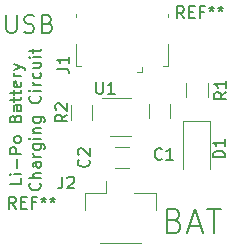
<source format=gbr>
G04 #@! TF.GenerationSoftware,KiCad,Pcbnew,(5.1.5)-3*
G04 #@! TF.CreationDate,2020-11-15T11:03:40+01:00*
G04 #@! TF.ProjectId,Battery Charger,42617474-6572-4792-9043-686172676572,rev?*
G04 #@! TF.SameCoordinates,Original*
G04 #@! TF.FileFunction,Legend,Top*
G04 #@! TF.FilePolarity,Positive*
%FSLAX46Y46*%
G04 Gerber Fmt 4.6, Leading zero omitted, Abs format (unit mm)*
G04 Created by KiCad (PCBNEW (5.1.5)-3) date 2020-11-15 11:03:40*
%MOMM*%
%LPD*%
G04 APERTURE LIST*
%ADD10C,0.150000*%
%ADD11C,0.120000*%
G04 APERTURE END LIST*
D10*
X66937380Y-91899761D02*
X66937380Y-92375952D01*
X65937380Y-92375952D01*
X66937380Y-91566428D02*
X66270714Y-91566428D01*
X65937380Y-91566428D02*
X65985000Y-91614047D01*
X66032619Y-91566428D01*
X65985000Y-91518809D01*
X65937380Y-91566428D01*
X66032619Y-91566428D01*
X66556428Y-91090238D02*
X66556428Y-90328333D01*
X66937380Y-89852142D02*
X65937380Y-89852142D01*
X65937380Y-89471190D01*
X65985000Y-89375952D01*
X66032619Y-89328333D01*
X66127857Y-89280714D01*
X66270714Y-89280714D01*
X66365952Y-89328333D01*
X66413571Y-89375952D01*
X66461190Y-89471190D01*
X66461190Y-89852142D01*
X66937380Y-88709285D02*
X66889761Y-88804523D01*
X66842142Y-88852142D01*
X66746904Y-88899761D01*
X66461190Y-88899761D01*
X66365952Y-88852142D01*
X66318333Y-88804523D01*
X66270714Y-88709285D01*
X66270714Y-88566428D01*
X66318333Y-88471190D01*
X66365952Y-88423571D01*
X66461190Y-88375952D01*
X66746904Y-88375952D01*
X66842142Y-88423571D01*
X66889761Y-88471190D01*
X66937380Y-88566428D01*
X66937380Y-88709285D01*
X66413571Y-86852142D02*
X66461190Y-86709285D01*
X66508809Y-86661666D01*
X66604047Y-86614047D01*
X66746904Y-86614047D01*
X66842142Y-86661666D01*
X66889761Y-86709285D01*
X66937380Y-86804523D01*
X66937380Y-87185476D01*
X65937380Y-87185476D01*
X65937380Y-86852142D01*
X65985000Y-86756904D01*
X66032619Y-86709285D01*
X66127857Y-86661666D01*
X66223095Y-86661666D01*
X66318333Y-86709285D01*
X66365952Y-86756904D01*
X66413571Y-86852142D01*
X66413571Y-87185476D01*
X66937380Y-85756904D02*
X66413571Y-85756904D01*
X66318333Y-85804523D01*
X66270714Y-85899761D01*
X66270714Y-86090238D01*
X66318333Y-86185476D01*
X66889761Y-85756904D02*
X66937380Y-85852142D01*
X66937380Y-86090238D01*
X66889761Y-86185476D01*
X66794523Y-86233095D01*
X66699285Y-86233095D01*
X66604047Y-86185476D01*
X66556428Y-86090238D01*
X66556428Y-85852142D01*
X66508809Y-85756904D01*
X66270714Y-85423571D02*
X66270714Y-85042619D01*
X65937380Y-85280714D02*
X66794523Y-85280714D01*
X66889761Y-85233095D01*
X66937380Y-85137857D01*
X66937380Y-85042619D01*
X66270714Y-84852142D02*
X66270714Y-84471190D01*
X65937380Y-84709285D02*
X66794523Y-84709285D01*
X66889761Y-84661666D01*
X66937380Y-84566428D01*
X66937380Y-84471190D01*
X66889761Y-83756904D02*
X66937380Y-83852142D01*
X66937380Y-84042619D01*
X66889761Y-84137857D01*
X66794523Y-84185476D01*
X66413571Y-84185476D01*
X66318333Y-84137857D01*
X66270714Y-84042619D01*
X66270714Y-83852142D01*
X66318333Y-83756904D01*
X66413571Y-83709285D01*
X66508809Y-83709285D01*
X66604047Y-84185476D01*
X66937380Y-83280714D02*
X66270714Y-83280714D01*
X66461190Y-83280714D02*
X66365952Y-83233095D01*
X66318333Y-83185476D01*
X66270714Y-83090238D01*
X66270714Y-82995000D01*
X66270714Y-82756904D02*
X66937380Y-82518809D01*
X66270714Y-82280714D02*
X66937380Y-82518809D01*
X67175476Y-82614047D01*
X67223095Y-82661666D01*
X67270714Y-82756904D01*
X68492142Y-92328333D02*
X68539761Y-92375952D01*
X68587380Y-92518809D01*
X68587380Y-92614047D01*
X68539761Y-92756904D01*
X68444523Y-92852142D01*
X68349285Y-92899761D01*
X68158809Y-92947380D01*
X68015952Y-92947380D01*
X67825476Y-92899761D01*
X67730238Y-92852142D01*
X67635000Y-92756904D01*
X67587380Y-92614047D01*
X67587380Y-92518809D01*
X67635000Y-92375952D01*
X67682619Y-92328333D01*
X68587380Y-91899761D02*
X67587380Y-91899761D01*
X68587380Y-91471190D02*
X68063571Y-91471190D01*
X67968333Y-91518809D01*
X67920714Y-91614047D01*
X67920714Y-91756904D01*
X67968333Y-91852142D01*
X68015952Y-91899761D01*
X68587380Y-90566428D02*
X68063571Y-90566428D01*
X67968333Y-90614047D01*
X67920714Y-90709285D01*
X67920714Y-90899761D01*
X67968333Y-90995000D01*
X68539761Y-90566428D02*
X68587380Y-90661666D01*
X68587380Y-90899761D01*
X68539761Y-90995000D01*
X68444523Y-91042619D01*
X68349285Y-91042619D01*
X68254047Y-90995000D01*
X68206428Y-90899761D01*
X68206428Y-90661666D01*
X68158809Y-90566428D01*
X68587380Y-90090238D02*
X67920714Y-90090238D01*
X68111190Y-90090238D02*
X68015952Y-90042619D01*
X67968333Y-89995000D01*
X67920714Y-89899761D01*
X67920714Y-89804523D01*
X67920714Y-89042619D02*
X68730238Y-89042619D01*
X68825476Y-89090238D01*
X68873095Y-89137857D01*
X68920714Y-89233095D01*
X68920714Y-89375952D01*
X68873095Y-89471190D01*
X68539761Y-89042619D02*
X68587380Y-89137857D01*
X68587380Y-89328333D01*
X68539761Y-89423571D01*
X68492142Y-89471190D01*
X68396904Y-89518809D01*
X68111190Y-89518809D01*
X68015952Y-89471190D01*
X67968333Y-89423571D01*
X67920714Y-89328333D01*
X67920714Y-89137857D01*
X67968333Y-89042619D01*
X68587380Y-88566428D02*
X67920714Y-88566428D01*
X67587380Y-88566428D02*
X67635000Y-88614047D01*
X67682619Y-88566428D01*
X67635000Y-88518809D01*
X67587380Y-88566428D01*
X67682619Y-88566428D01*
X67920714Y-88090238D02*
X68587380Y-88090238D01*
X68015952Y-88090238D02*
X67968333Y-88042619D01*
X67920714Y-87947380D01*
X67920714Y-87804523D01*
X67968333Y-87709285D01*
X68063571Y-87661666D01*
X68587380Y-87661666D01*
X67920714Y-86756904D02*
X68730238Y-86756904D01*
X68825476Y-86804523D01*
X68873095Y-86852142D01*
X68920714Y-86947380D01*
X68920714Y-87090238D01*
X68873095Y-87185476D01*
X68539761Y-86756904D02*
X68587380Y-86852142D01*
X68587380Y-87042619D01*
X68539761Y-87137857D01*
X68492142Y-87185476D01*
X68396904Y-87233095D01*
X68111190Y-87233095D01*
X68015952Y-87185476D01*
X67968333Y-87137857D01*
X67920714Y-87042619D01*
X67920714Y-86852142D01*
X67968333Y-86756904D01*
X68492142Y-84947380D02*
X68539761Y-84995000D01*
X68587380Y-85137857D01*
X68587380Y-85233095D01*
X68539761Y-85375952D01*
X68444523Y-85471190D01*
X68349285Y-85518809D01*
X68158809Y-85566428D01*
X68015952Y-85566428D01*
X67825476Y-85518809D01*
X67730238Y-85471190D01*
X67635000Y-85375952D01*
X67587380Y-85233095D01*
X67587380Y-85137857D01*
X67635000Y-84995000D01*
X67682619Y-84947380D01*
X68587380Y-84518809D02*
X67920714Y-84518809D01*
X67587380Y-84518809D02*
X67635000Y-84566428D01*
X67682619Y-84518809D01*
X67635000Y-84471190D01*
X67587380Y-84518809D01*
X67682619Y-84518809D01*
X68587380Y-84042619D02*
X67920714Y-84042619D01*
X68111190Y-84042619D02*
X68015952Y-83995000D01*
X67968333Y-83947380D01*
X67920714Y-83852142D01*
X67920714Y-83756904D01*
X68539761Y-82995000D02*
X68587380Y-83090238D01*
X68587380Y-83280714D01*
X68539761Y-83375952D01*
X68492142Y-83423571D01*
X68396904Y-83471190D01*
X68111190Y-83471190D01*
X68015952Y-83423571D01*
X67968333Y-83375952D01*
X67920714Y-83280714D01*
X67920714Y-83090238D01*
X67968333Y-82995000D01*
X67920714Y-82137857D02*
X68587380Y-82137857D01*
X67920714Y-82566428D02*
X68444523Y-82566428D01*
X68539761Y-82518809D01*
X68587380Y-82423571D01*
X68587380Y-82280714D01*
X68539761Y-82185476D01*
X68492142Y-82137857D01*
X68587380Y-81661666D02*
X67920714Y-81661666D01*
X67587380Y-81661666D02*
X67635000Y-81709285D01*
X67682619Y-81661666D01*
X67635000Y-81614047D01*
X67587380Y-81661666D01*
X67682619Y-81661666D01*
X67920714Y-81328333D02*
X67920714Y-80947380D01*
X67587380Y-81185476D02*
X68444523Y-81185476D01*
X68539761Y-81137857D01*
X68587380Y-81042619D01*
X68587380Y-80947380D01*
X65671142Y-78109071D02*
X65671142Y-79323357D01*
X65742571Y-79466214D01*
X65814000Y-79537642D01*
X65956857Y-79609071D01*
X66242571Y-79609071D01*
X66385428Y-79537642D01*
X66456857Y-79466214D01*
X66528285Y-79323357D01*
X66528285Y-78109071D01*
X67171142Y-79537642D02*
X67385428Y-79609071D01*
X67742571Y-79609071D01*
X67885428Y-79537642D01*
X67956857Y-79466214D01*
X68028285Y-79323357D01*
X68028285Y-79180500D01*
X67956857Y-79037642D01*
X67885428Y-78966214D01*
X67742571Y-78894785D01*
X67456857Y-78823357D01*
X67314000Y-78751928D01*
X67242571Y-78680500D01*
X67171142Y-78537642D01*
X67171142Y-78394785D01*
X67242571Y-78251928D01*
X67314000Y-78180500D01*
X67456857Y-78109071D01*
X67814000Y-78109071D01*
X68028285Y-78180500D01*
X69171142Y-78823357D02*
X69385428Y-78894785D01*
X69456857Y-78966214D01*
X69528285Y-79109071D01*
X69528285Y-79323357D01*
X69456857Y-79466214D01*
X69385428Y-79537642D01*
X69242571Y-79609071D01*
X68671142Y-79609071D01*
X68671142Y-78109071D01*
X69171142Y-78109071D01*
X69314000Y-78180500D01*
X69385428Y-78251928D01*
X69456857Y-78394785D01*
X69456857Y-78537642D01*
X69385428Y-78680500D01*
X69314000Y-78751928D01*
X69171142Y-78823357D01*
X68671142Y-78823357D01*
X79930809Y-95488142D02*
X80216523Y-95583380D01*
X80311761Y-95678619D01*
X80407000Y-95869095D01*
X80407000Y-96154809D01*
X80311761Y-96345285D01*
X80216523Y-96440523D01*
X80026047Y-96535761D01*
X79264142Y-96535761D01*
X79264142Y-94535761D01*
X79930809Y-94535761D01*
X80121285Y-94631000D01*
X80216523Y-94726238D01*
X80311761Y-94916714D01*
X80311761Y-95107190D01*
X80216523Y-95297666D01*
X80121285Y-95392904D01*
X79930809Y-95488142D01*
X79264142Y-95488142D01*
X81168904Y-95964333D02*
X82121285Y-95964333D01*
X80978428Y-96535761D02*
X81645095Y-94535761D01*
X82311761Y-96535761D01*
X82692714Y-94535761D02*
X83835571Y-94535761D01*
X83264142Y-96535761D02*
X83264142Y-94535761D01*
D11*
X77138000Y-82957500D02*
X77138000Y-82507500D01*
X77138000Y-82957500D02*
X76688000Y-82957500D01*
X71538000Y-82407500D02*
X71988000Y-82407500D01*
X71538000Y-80557500D02*
X71538000Y-82407500D01*
X79338000Y-78007500D02*
X79338000Y-78257500D01*
X71538000Y-78007500D02*
X71538000Y-78257500D01*
X79338000Y-80557500D02*
X79338000Y-82407500D01*
X79338000Y-82407500D02*
X78888000Y-82407500D01*
X76211000Y-85131000D02*
X73761000Y-85131000D01*
X74411000Y-88351000D02*
X76211000Y-88351000D01*
X71099000Y-85757936D02*
X71099000Y-86962064D01*
X72919000Y-85757936D02*
X72919000Y-86962064D01*
X82698000Y-85057064D02*
X82698000Y-83852936D01*
X80878000Y-85057064D02*
X80878000Y-83852936D01*
X73596000Y-97429000D02*
X77026000Y-97429000D01*
X78296000Y-93159000D02*
X76496000Y-93159000D01*
X78296000Y-94609000D02*
X78296000Y-93159000D01*
X74126000Y-93159000D02*
X74126000Y-92169000D01*
X72326000Y-93159000D02*
X74126000Y-93159000D01*
X72326000Y-94609000D02*
X72326000Y-93159000D01*
X80653000Y-87075000D02*
X80653000Y-91135000D01*
X82923000Y-87075000D02*
X80653000Y-87075000D01*
X82923000Y-91135000D02*
X82923000Y-87075000D01*
X74835936Y-91080000D02*
X76040064Y-91080000D01*
X74835936Y-89260000D02*
X76040064Y-89260000D01*
X79523000Y-86835064D02*
X79523000Y-85630936D01*
X77703000Y-86835064D02*
X77703000Y-85630936D01*
D10*
X66484666Y-94495880D02*
X66151333Y-94019690D01*
X65913238Y-94495880D02*
X65913238Y-93495880D01*
X66294190Y-93495880D01*
X66389428Y-93543500D01*
X66437047Y-93591119D01*
X66484666Y-93686357D01*
X66484666Y-93829214D01*
X66437047Y-93924452D01*
X66389428Y-93972071D01*
X66294190Y-94019690D01*
X65913238Y-94019690D01*
X66913238Y-93972071D02*
X67246571Y-93972071D01*
X67389428Y-94495880D02*
X66913238Y-94495880D01*
X66913238Y-93495880D01*
X67389428Y-93495880D01*
X68151333Y-93972071D02*
X67818000Y-93972071D01*
X67818000Y-94495880D02*
X67818000Y-93495880D01*
X68294190Y-93495880D01*
X68818000Y-93495880D02*
X68818000Y-93733976D01*
X68579904Y-93638738D02*
X68818000Y-93733976D01*
X69056095Y-93638738D01*
X68675142Y-93924452D02*
X68818000Y-93733976D01*
X68960857Y-93924452D01*
X69579904Y-93495880D02*
X69579904Y-93733976D01*
X69341809Y-93638738D02*
X69579904Y-93733976D01*
X69818000Y-93638738D01*
X69437047Y-93924452D02*
X69579904Y-93733976D01*
X69722761Y-93924452D01*
X80708666Y-78366880D02*
X80375333Y-77890690D01*
X80137238Y-78366880D02*
X80137238Y-77366880D01*
X80518190Y-77366880D01*
X80613428Y-77414500D01*
X80661047Y-77462119D01*
X80708666Y-77557357D01*
X80708666Y-77700214D01*
X80661047Y-77795452D01*
X80613428Y-77843071D01*
X80518190Y-77890690D01*
X80137238Y-77890690D01*
X81137238Y-77843071D02*
X81470571Y-77843071D01*
X81613428Y-78366880D02*
X81137238Y-78366880D01*
X81137238Y-77366880D01*
X81613428Y-77366880D01*
X82375333Y-77843071D02*
X82042000Y-77843071D01*
X82042000Y-78366880D02*
X82042000Y-77366880D01*
X82518190Y-77366880D01*
X83042000Y-77366880D02*
X83042000Y-77604976D01*
X82803904Y-77509738D02*
X83042000Y-77604976D01*
X83280095Y-77509738D01*
X82899142Y-77795452D02*
X83042000Y-77604976D01*
X83184857Y-77795452D01*
X83803904Y-77366880D02*
X83803904Y-77604976D01*
X83565809Y-77509738D02*
X83803904Y-77604976D01*
X84042000Y-77509738D01*
X83661047Y-77795452D02*
X83803904Y-77604976D01*
X83946761Y-77795452D01*
X69937380Y-82629333D02*
X70651666Y-82629333D01*
X70794523Y-82676952D01*
X70889761Y-82772190D01*
X70937380Y-82915047D01*
X70937380Y-83010285D01*
X70937380Y-81629333D02*
X70937380Y-82200761D01*
X70937380Y-81915047D02*
X69937380Y-81915047D01*
X70080238Y-82010285D01*
X70175476Y-82105523D01*
X70223095Y-82200761D01*
X73279095Y-83780380D02*
X73279095Y-84589904D01*
X73326714Y-84685142D01*
X73374333Y-84732761D01*
X73469571Y-84780380D01*
X73660047Y-84780380D01*
X73755285Y-84732761D01*
X73802904Y-84685142D01*
X73850523Y-84589904D01*
X73850523Y-83780380D01*
X74850523Y-84780380D02*
X74279095Y-84780380D01*
X74564809Y-84780380D02*
X74564809Y-83780380D01*
X74469571Y-83923238D01*
X74374333Y-84018476D01*
X74279095Y-84066095D01*
X70810380Y-86526666D02*
X70334190Y-86860000D01*
X70810380Y-87098095D02*
X69810380Y-87098095D01*
X69810380Y-86717142D01*
X69858000Y-86621904D01*
X69905619Y-86574285D01*
X70000857Y-86526666D01*
X70143714Y-86526666D01*
X70238952Y-86574285D01*
X70286571Y-86621904D01*
X70334190Y-86717142D01*
X70334190Y-87098095D01*
X69905619Y-86145714D02*
X69858000Y-86098095D01*
X69810380Y-86002857D01*
X69810380Y-85764761D01*
X69858000Y-85669523D01*
X69905619Y-85621904D01*
X70000857Y-85574285D01*
X70096095Y-85574285D01*
X70238952Y-85621904D01*
X70810380Y-86193333D01*
X70810380Y-85574285D01*
X84272380Y-84621666D02*
X83796190Y-84955000D01*
X84272380Y-85193095D02*
X83272380Y-85193095D01*
X83272380Y-84812142D01*
X83320000Y-84716904D01*
X83367619Y-84669285D01*
X83462857Y-84621666D01*
X83605714Y-84621666D01*
X83700952Y-84669285D01*
X83748571Y-84716904D01*
X83796190Y-84812142D01*
X83796190Y-85193095D01*
X84272380Y-83669285D02*
X84272380Y-84240714D01*
X84272380Y-83955000D02*
X83272380Y-83955000D01*
X83415238Y-84050238D01*
X83510476Y-84145476D01*
X83558095Y-84240714D01*
X70405666Y-91781380D02*
X70405666Y-92495666D01*
X70358047Y-92638523D01*
X70262809Y-92733761D01*
X70119952Y-92781380D01*
X70024714Y-92781380D01*
X70834238Y-91876619D02*
X70881857Y-91829000D01*
X70977095Y-91781380D01*
X71215190Y-91781380D01*
X71310428Y-91829000D01*
X71358047Y-91876619D01*
X71405666Y-91971857D01*
X71405666Y-92067095D01*
X71358047Y-92209952D01*
X70786619Y-92781380D01*
X71405666Y-92781380D01*
X84145380Y-90146095D02*
X83145380Y-90146095D01*
X83145380Y-89908000D01*
X83193000Y-89765142D01*
X83288238Y-89669904D01*
X83383476Y-89622285D01*
X83573952Y-89574666D01*
X83716809Y-89574666D01*
X83907285Y-89622285D01*
X84002523Y-89669904D01*
X84097761Y-89765142D01*
X84145380Y-89908000D01*
X84145380Y-90146095D01*
X84145380Y-88622285D02*
X84145380Y-89193714D01*
X84145380Y-88908000D02*
X83145380Y-88908000D01*
X83288238Y-89003238D01*
X83383476Y-89098476D01*
X83431095Y-89193714D01*
X72620142Y-90336666D02*
X72667761Y-90384285D01*
X72715380Y-90527142D01*
X72715380Y-90622380D01*
X72667761Y-90765238D01*
X72572523Y-90860476D01*
X72477285Y-90908095D01*
X72286809Y-90955714D01*
X72143952Y-90955714D01*
X71953476Y-90908095D01*
X71858238Y-90860476D01*
X71763000Y-90765238D01*
X71715380Y-90622380D01*
X71715380Y-90527142D01*
X71763000Y-90384285D01*
X71810619Y-90336666D01*
X71810619Y-89955714D02*
X71763000Y-89908095D01*
X71715380Y-89812857D01*
X71715380Y-89574761D01*
X71763000Y-89479523D01*
X71810619Y-89431904D01*
X71905857Y-89384285D01*
X72001095Y-89384285D01*
X72143952Y-89431904D01*
X72715380Y-90003333D01*
X72715380Y-89384285D01*
X78827333Y-90273142D02*
X78779714Y-90320761D01*
X78636857Y-90368380D01*
X78541619Y-90368380D01*
X78398761Y-90320761D01*
X78303523Y-90225523D01*
X78255904Y-90130285D01*
X78208285Y-89939809D01*
X78208285Y-89796952D01*
X78255904Y-89606476D01*
X78303523Y-89511238D01*
X78398761Y-89416000D01*
X78541619Y-89368380D01*
X78636857Y-89368380D01*
X78779714Y-89416000D01*
X78827333Y-89463619D01*
X79779714Y-90368380D02*
X79208285Y-90368380D01*
X79494000Y-90368380D02*
X79494000Y-89368380D01*
X79398761Y-89511238D01*
X79303523Y-89606476D01*
X79208285Y-89654095D01*
M02*

</source>
